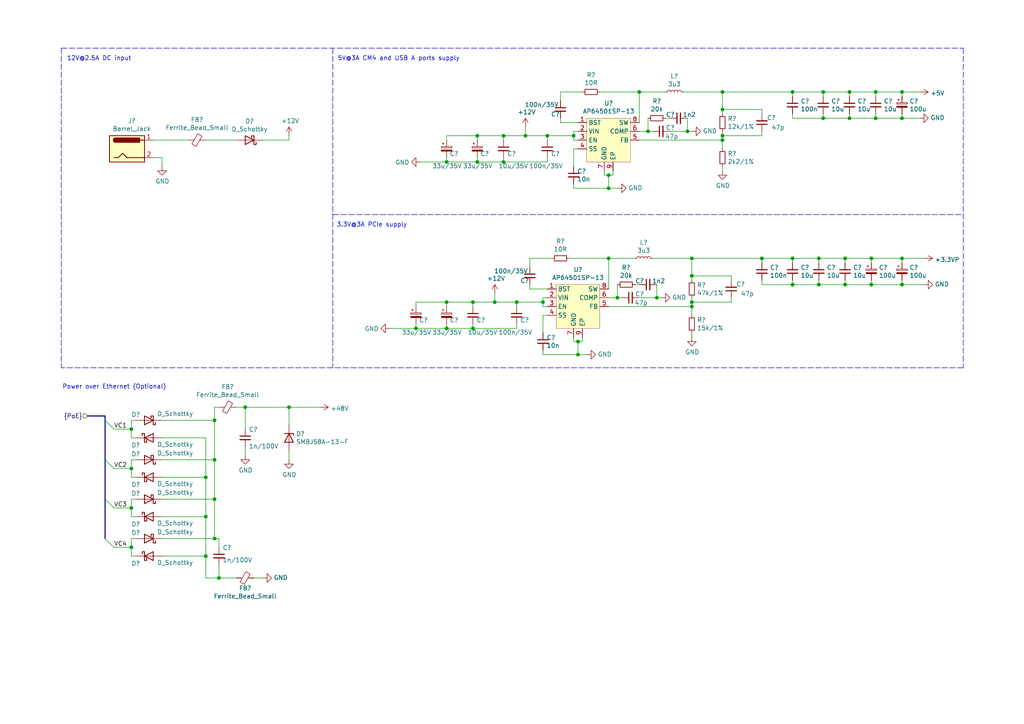
<source format=kicad_sch>
(kicad_sch (version 20201015) (generator eeschema)
  (paper "A4")
  (lib_symbols
    (symbol "Connector:Barrel_Jack" (pin_names (offset 1.016))
      (property "Reference" "J" (at 0 5.334 0))
      (property "Value" "Barrel_Jack" (at 0 -5.08 0))
      (symbol "Barrel_Jack_0_1"
        (arc (start -3.302 3.175) (end -3.302 1.905) (radius (at -3.302 2.54) (length 0.635) (angles 90.1 -90.1)) (stroke (width 0.254)) (fill (type outline)))
        (arc (start -3.302 3.175) (end -3.302 1.905) (radius (at -3.302 2.54) (length 0.635) (angles 90.1 -90.1)) (stroke (width 0.254)))
        (rectangle (start -5.08 3.81) (end 5.08 -3.81) (stroke (width 0.254)) (fill (type background)))
        (rectangle (start 3.683 3.175) (end -3.302 1.905) (stroke (width 0.254)) (fill (type outline)))
        (polyline (pts (xy 5.08 2.54) (xy 3.81 2.54)) (stroke (width 0.254)))
        (polyline (pts (xy -3.81 -2.54) (xy -2.54 -2.54) (xy -1.27 -1.27) (xy 0 -2.54) (xy 2.54 -2.54) (xy 5.08 -2.54)) (stroke (width 0.254)))
      )
      (symbol "Barrel_Jack_1_1"
        (pin passive line (at 7.62 2.54 180) (length 2.54) (name "~") (number "1"))
        (pin passive line (at 7.62 -2.54 180) (length 2.54) (name "~") (number "2"))
      )
    )
    (symbol "Device:CP_Small" (pin_numbers hide) (pin_names (offset 0.254) hide)
      (property "Reference" "C" (at 0.254 1.778 0))
      (property "Value" "CP_Small" (at 0.254 -2.032 0))
      (symbol "CP_Small_0_1"
        (rectangle (start -1.524 -0.3048) (end 1.524 -0.6858) (fill (type outline)))
        (rectangle (start -1.524 0.6858) (end 1.524 0.3048))
        (polyline (pts (xy -1.27 1.524) (xy -0.762 1.524)))
        (polyline (pts (xy -1.016 1.27) (xy -1.016 1.778)))
      )
      (symbol "CP_Small_1_1"
        (pin passive line (at 0 2.54 270) (length 1.8542) (name "~") (number "1"))
        (pin passive line (at 0 -2.54 90) (length 1.8542) (name "~") (number "2"))
      )
    )
    (symbol "Device:C_Small" (pin_numbers hide) (pin_names (offset 0.254) hide)
      (property "Reference" "C" (at 0.254 1.778 0))
      (property "Value" "C_Small" (at 0.254 -2.032 0))
      (symbol "C_Small_0_1"
        (polyline (pts (xy -1.524 -0.508) (xy 1.524 -0.508)) (stroke (width 0.3302)))
        (polyline (pts (xy -1.524 0.508) (xy 1.524 0.508)) (stroke (width 0.3048)))
      )
      (symbol "C_Small_1_1"
        (pin passive line (at 0 2.54 270) (length 2.032) (name "~") (number "1"))
        (pin passive line (at 0 -2.54 90) (length 2.032) (name "~") (number "2"))
      )
    )
    (symbol "Device:D_Schottky" (pin_numbers hide) (pin_names (offset 1.016) hide)
      (property "Reference" "D" (at 0 2.54 0))
      (property "Value" "D_Schottky" (at 0 -2.54 0))
      (symbol "D_Schottky_0_1"
        (polyline (pts (xy 1.27 0) (xy -1.27 0)))
        (polyline (pts (xy 1.27 1.27) (xy 1.27 -1.27) (xy -1.27 0) (xy 1.27 1.27)) (stroke (width 0.254)))
        (polyline (pts (xy -1.905 0.635) (xy -1.905 1.27) (xy -1.27 1.27) (xy -1.27 -1.27) (xy -0.635 -1.27) (xy -0.635 -0.635)) (stroke (width 0.254)))
      )
      (symbol "D_Schottky_1_1"
        (pin passive line (at -3.81 0 0) (length 2.54) (name "K") (number "1"))
        (pin passive line (at 3.81 0 180) (length 2.54) (name "A") (number "2"))
      )
    )
    (symbol "Device:D_Zener" (pin_numbers hide) (pin_names (offset 1.016) hide)
      (property "Reference" "D" (at 0 2.54 0))
      (property "Value" "D_Zener" (at 0 -2.54 0))
      (symbol "D_Zener_0_1"
        (polyline (pts (xy 1.27 0) (xy -1.27 0)))
        (polyline (pts (xy -1.27 -1.27) (xy -1.27 1.27) (xy -0.762 1.27)) (stroke (width 0.254)))
        (polyline (pts (xy 1.27 -1.27) (xy 1.27 1.27) (xy -1.27 0) (xy 1.27 -1.27)) (stroke (width 0.254)))
      )
      (symbol "D_Zener_1_1"
        (pin passive line (at -3.81 0 0) (length 2.54) (name "K") (number "1"))
        (pin passive line (at 3.81 0 180) (length 2.54) (name "A") (number "2"))
      )
    )
    (symbol "Device:Ferrite_Bead_Small" (pin_numbers hide) (pin_names (offset 0))
      (property "Reference" "FB" (at 1.905 1.27 0))
      (property "Value" "Ferrite_Bead_Small" (at 1.905 -1.27 0))
      (symbol "Ferrite_Bead_Small_0_1"
        (polyline (pts (xy 0 -1.27) (xy 0 -0.7874)))
        (polyline (pts (xy 0 0.889) (xy 0 1.2954)))
        (polyline (pts (xy -1.8288 0.2794) (xy -1.1176 1.4986) (xy 1.8288 -0.2032) (xy 1.1176 -1.4224) (xy -1.8288 0.2794)))
      )
      (symbol "Ferrite_Bead_Small_1_1"
        (pin passive line (at 0 2.54 270) (length 1.27) (name "~") (number "1"))
        (pin passive line (at 0 -2.54 90) (length 1.27) (name "~") (number "2"))
      )
    )
    (symbol "Device:L_Small" (pin_numbers hide) (pin_names (offset 0.254) hide)
      (property "Reference" "L" (at 0.762 1.016 0))
      (property "Value" "L_Small" (at 0.762 -1.016 0))
      (symbol "L_Small_0_1"
        (arc (start 0 -2.032) (end 0 -1.016) (radius (at 0 -1.524) (length 0.508) (angles -89.9 89.9)))
        (arc (start 0 -1.016) (end 0 0) (radius (at 0 -0.508) (length 0.508) (angles -89.9 89.9)))
        (arc (start 0 0) (end 0 1.016) (radius (at 0 0.508) (length 0.508) (angles -89.9 89.9)))
        (arc (start 0 1.016) (end 0 2.032) (radius (at 0 1.524) (length 0.508) (angles -89.9 89.9)))
      )
      (symbol "L_Small_1_1"
        (pin passive line (at 0 2.54 270) (length 0.508) (name "~") (number "1"))
        (pin passive line (at 0 -2.54 90) (length 0.508) (name "~") (number "2"))
      )
    )
    (symbol "Device:R_Small" (pin_numbers hide) (pin_names (offset 0.254) hide)
      (property "Reference" "R" (at 0.762 0.508 0))
      (property "Value" "R_Small" (at 0.762 -1.016 0))
      (symbol "R_Small_0_1"
        (rectangle (start -0.762 1.778) (end 0.762 -1.778) (stroke (width 0.2032)))
      )
      (symbol "R_Small_1_1"
        (pin passive line (at 0 2.54 270) (length 0.762) (name "~") (number "1"))
        (pin passive line (at 0 -2.54 90) (length 0.762) (name "~") (number "2"))
      )
    )
    (symbol "LightBlue:AP64501SP-13"
      (property "Reference" "U" (at 0 10.16 0))
      (property "Value" "AP64501SP-13" (at 0 7.62 0))
      (symbol "AP64501SP-13_0_1"
        (rectangle (start -6.35 6.35) (end 6.35 -6.35) (stroke (width 0.001)) (fill (type background)))
      )
      (symbol "AP64501SP-13_1_1"
        (pin passive line (at -8.89 5.08 0) (length 2.54) (name "BST") (number "1"))
        (pin power_in line (at -8.89 2.54 0) (length 2.54) (name "VIN") (number "2"))
        (pin input line (at -8.89 0 0) (length 2.54) (name "EN") (number "3"))
        (pin input line (at -8.89 -2.54 0) (length 2.54) (name "SS") (number "4"))
        (pin input line (at 8.89 0 180) (length 2.54) (name "FB") (number "5"))
        (pin input line (at 8.89 2.54 180) (length 2.54) (name "COMP") (number "6"))
        (pin input line (at -1.27 -8.89 90) (length 2.54) (name "GND") (number "7"))
        (pin input line (at 8.89 5.08 180) (length 2.54) (name "SW") (number "8"))
        (pin input line (at 1.27 -8.89 90) (length 2.54) (name "EP") (number "9"))
      )
    )
    (symbol "power:+12V" (power) (pin_names (offset 0))
      (property "Value" "+12V" (at 0 3.556 0))
      (symbol "+12V_0_1"
        (polyline (pts (xy -0.762 1.27) (xy 0 2.54)))
        (polyline (pts (xy 0 0) (xy 0 2.54)))
        (polyline (pts (xy 0 2.54) (xy 0.762 1.27)))
      )
      (symbol "+12V_1_1"
        (pin power_in line (at 0 0 90) (length 0) hide (name "+12V") (number "1"))
      )
    )
    (symbol "power:+3.3VP" (power) (pin_names (offset 0))
      (property "Value" "+3.3VP" (at 0 2.54 0))
      (symbol "+3.3VP_0_0"
        (pin power_in line (at 0 0 90) (length 0) hide (name "+3.3VP") (number "1"))
      )
      (symbol "+3.3VP_0_1"
        (polyline (pts (xy -0.762 1.27) (xy 0 2.54)))
        (polyline (pts (xy 0 0) (xy 0 2.54)))
        (polyline (pts (xy 0 2.54) (xy 0.762 1.27)))
      )
    )
    (symbol "power:+48V" (power) (pin_names (offset 0))
      (property "Value" "+48V" (at 0 3.556 0))
      (symbol "+48V_0_1"
        (polyline (pts (xy -0.762 1.27) (xy 0 2.54)))
        (polyline (pts (xy 0 0) (xy 0 2.54)))
        (polyline (pts (xy 0 2.54) (xy 0.762 1.27)))
      )
      (symbol "+48V_1_1"
        (pin power_in line (at 0 0 90) (length 0) hide (name "+48V") (number "1"))
      )
    )
    (symbol "power:+5V" (power) (pin_names (offset 0))
      (property "Value" "+5V" (at 0 3.556 0))
      (symbol "+5V_0_1"
        (polyline (pts (xy -0.762 1.27) (xy 0 2.54)))
        (polyline (pts (xy 0 0) (xy 0 2.54)))
        (polyline (pts (xy 0 2.54) (xy 0.762 1.27)))
      )
      (symbol "+5V_1_1"
        (pin power_in line (at 0 0 90) (length 0) hide (name "+5V") (number "1"))
      )
    )
    (symbol "power:GND" (power) (pin_names (offset 0))
      (property "Value" "GND" (at 0 -3.81 0))
      (symbol "GND_0_1"
        (polyline (pts (xy 0 0) (xy 0 -1.27) (xy 1.27 -1.27) (xy 0 -2.54) (xy -1.27 -1.27) (xy 0 -1.27)))
      )
      (symbol "GND_1_1"
        (pin power_in line (at 0 0 270) (length 0) hide (name "GND") (number "1"))
      )
    )
  )
  (junction (at 38.1 124.46) (diameter 0.9144))
  (junction (at 38.1 135.89) (diameter 0.9144))
  (junction (at 38.1 147.32) (diameter 0.9144))
  (junction (at 38.1 158.75) (diameter 0.9144))
  (junction (at 59.69 138.43) (diameter 0.9144))
  (junction (at 59.69 149.86) (diameter 0.9144))
  (junction (at 59.69 161.29) (diameter 0.9144))
  (junction (at 62.23 121.92) (diameter 0.9144))
  (junction (at 62.23 133.35) (diameter 0.9144))
  (junction (at 62.23 144.78) (diameter 0.9144))
  (junction (at 62.23 156.21) (diameter 0.9144))
  (junction (at 63.5 167.64) (diameter 0.9144))
  (junction (at 71.12 118.11) (diameter 0.9144))
  (junction (at 83.82 118.11) (diameter 0.9144))
  (junction (at 120.65 95.25) (diameter 0.9144))
  (junction (at 129.54 46.99) (diameter 0.9144))
  (junction (at 129.54 87.63) (diameter 0.9144))
  (junction (at 129.54 95.25) (diameter 0.9144))
  (junction (at 137.16 87.63) (diameter 0.9144))
  (junction (at 137.16 95.25) (diameter 0.9144))
  (junction (at 138.43 39.37) (diameter 0.9144))
  (junction (at 138.43 46.99) (diameter 0.9144))
  (junction (at 143.51 87.63) (diameter 0.9144))
  (junction (at 146.05 39.37) (diameter 0.9144))
  (junction (at 146.05 46.99) (diameter 0.9144))
  (junction (at 149.86 87.63) (diameter 0.9144))
  (junction (at 152.4 39.37) (diameter 0.9144))
  (junction (at 157.48 87.63) (diameter 0.9144))
  (junction (at 158.75 39.37) (diameter 0.9144))
  (junction (at 166.37 39.37) (diameter 0.9144))
  (junction (at 167.64 99.06) (diameter 0.9144))
  (junction (at 167.64 102.87) (diameter 0.9144))
  (junction (at 176.53 50.8) (diameter 0.9144))
  (junction (at 176.53 54.61) (diameter 0.9144))
  (junction (at 176.53 74.93) (diameter 0.9144))
  (junction (at 179.07 86.36) (diameter 0.9144))
  (junction (at 185.42 26.67) (diameter 0.9144))
  (junction (at 187.96 38.1) (diameter 0.9144))
  (junction (at 190.5 86.36) (diameter 0.9144))
  (junction (at 199.39 38.1) (diameter 0.9144))
  (junction (at 200.66 74.93) (diameter 0.9144))
  (junction (at 200.66 80.01) (diameter 0.9144))
  (junction (at 200.66 87.63) (diameter 0.9144))
  (junction (at 200.66 88.9) (diameter 0.9144))
  (junction (at 209.55 26.67) (diameter 0.9144))
  (junction (at 209.55 31.75) (diameter 0.9144))
  (junction (at 209.55 39.37) (diameter 0.9144))
  (junction (at 209.55 40.64) (diameter 0.9144))
  (junction (at 220.98 74.93) (diameter 0.9144))
  (junction (at 229.87 26.67) (diameter 0.9144))
  (junction (at 229.87 74.93) (diameter 0.9144))
  (junction (at 229.87 82.55) (diameter 0.9144))
  (junction (at 237.49 74.93) (diameter 0.9144))
  (junction (at 237.49 82.55) (diameter 0.9144))
  (junction (at 238.76 26.67) (diameter 0.9144))
  (junction (at 238.76 34.29) (diameter 0.9144))
  (junction (at 245.11 74.93) (diameter 0.9144))
  (junction (at 245.11 82.55) (diameter 0.9144))
  (junction (at 246.38 26.67) (diameter 0.9144))
  (junction (at 246.38 34.29) (diameter 0.9144))
  (junction (at 252.73 74.93) (diameter 0.9144))
  (junction (at 252.73 82.55) (diameter 0.9144))
  (junction (at 254 26.67) (diameter 0.9144))
  (junction (at 254 34.29) (diameter 0.9144))
  (junction (at 261.62 26.67) (diameter 0.9144))
  (junction (at 261.62 34.29) (diameter 0.9144))
  (junction (at 261.62 74.93) (diameter 0.9144))
  (junction (at 261.62 82.55) (diameter 0.9144))
  (bus_entry (at 30.48 121.92) (size 2.54 2.54) (stroke (width 0.1524)))
  (bus_entry (at 30.48 133.35) (size 2.54 2.54) (stroke (width 0.1524)))
  (bus_entry (at 30.48 144.78) (size 2.54 2.54) (stroke (width 0.1524)))
  (bus_entry (at 30.48 156.21) (size 2.54 2.54) (stroke (width 0.1524)))
  (wire (pts (xy 33.02 124.46) (xy 38.1 124.46)))
  (wire (pts (xy 33.02 135.89) (xy 38.1 135.89)))
  (wire (pts (xy 33.02 147.32) (xy 38.1 147.32)))
  (wire (pts (xy 33.02 158.75) (xy 38.1 158.75)))
  (wire (pts (xy 38.1 121.92) (xy 38.1 124.46)))
  (wire (pts (xy 38.1 127) (xy 38.1 124.46)))
  (wire (pts (xy 38.1 133.35) (xy 38.1 135.89)))
  (wire (pts (xy 38.1 138.43) (xy 38.1 135.89)))
  (wire (pts (xy 38.1 144.78) (xy 38.1 147.32)))
  (wire (pts (xy 38.1 149.86) (xy 38.1 147.32)))
  (wire (pts (xy 38.1 156.21) (xy 38.1 158.75)))
  (wire (pts (xy 38.1 161.29) (xy 38.1 158.75)))
  (wire (pts (xy 39.37 121.92) (xy 38.1 121.92)))
  (wire (pts (xy 39.37 127) (xy 38.1 127)))
  (wire (pts (xy 39.37 133.35) (xy 38.1 133.35)))
  (wire (pts (xy 39.37 138.43) (xy 38.1 138.43)))
  (wire (pts (xy 39.37 144.78) (xy 38.1 144.78)))
  (wire (pts (xy 39.37 149.86) (xy 38.1 149.86)))
  (wire (pts (xy 39.37 156.21) (xy 38.1 156.21)))
  (wire (pts (xy 39.37 161.29) (xy 38.1 161.29)))
  (wire (pts (xy 44.45 40.64) (xy 54.61 40.64)))
  (wire (pts (xy 44.45 45.72) (xy 46.99 45.72)))
  (wire (pts (xy 46.99 45.72) (xy 46.99 48.26)))
  (wire (pts (xy 46.99 121.92) (xy 62.23 121.92)))
  (wire (pts (xy 46.99 127) (xy 59.69 127)))
  (wire (pts (xy 46.99 133.35) (xy 62.23 133.35)))
  (wire (pts (xy 46.99 138.43) (xy 59.69 138.43)))
  (wire (pts (xy 46.99 144.78) (xy 62.23 144.78)))
  (wire (pts (xy 46.99 149.86) (xy 59.69 149.86)))
  (wire (pts (xy 46.99 156.21) (xy 62.23 156.21)))
  (wire (pts (xy 46.99 161.29) (xy 59.69 161.29)))
  (wire (pts (xy 59.69 40.64) (xy 68.58 40.64)))
  (wire (pts (xy 59.69 127) (xy 59.69 138.43)))
  (wire (pts (xy 59.69 138.43) (xy 59.69 149.86)))
  (wire (pts (xy 59.69 149.86) (xy 59.69 161.29)))
  (wire (pts (xy 59.69 161.29) (xy 59.69 167.64)))
  (wire (pts (xy 59.69 167.64) (xy 63.5 167.64)))
  (wire (pts (xy 62.23 118.11) (xy 62.23 121.92)))
  (wire (pts (xy 62.23 118.11) (xy 63.5 118.11)))
  (wire (pts (xy 62.23 121.92) (xy 62.23 133.35)))
  (wire (pts (xy 62.23 133.35) (xy 62.23 144.78)))
  (wire (pts (xy 62.23 144.78) (xy 62.23 156.21)))
  (wire (pts (xy 62.23 156.21) (xy 63.5 156.21)))
  (wire (pts (xy 63.5 156.21) (xy 63.5 158.75)))
  (wire (pts (xy 63.5 163.83) (xy 63.5 167.64)))
  (wire (pts (xy 63.5 167.64) (xy 68.58 167.64)))
  (wire (pts (xy 68.58 118.11) (xy 71.12 118.11)))
  (wire (pts (xy 71.12 118.11) (xy 71.12 124.46)))
  (wire (pts (xy 71.12 118.11) (xy 83.82 118.11)))
  (wire (pts (xy 71.12 129.54) (xy 71.12 132.08)))
  (wire (pts (xy 73.66 167.64) (xy 76.2 167.64)))
  (wire (pts (xy 76.2 40.64) (xy 83.82 40.64)))
  (wire (pts (xy 83.82 39.37) (xy 83.82 40.64)))
  (wire (pts (xy 83.82 118.11) (xy 92.71 118.11)))
  (wire (pts (xy 83.82 123.19) (xy 83.82 118.11)))
  (wire (pts (xy 83.82 130.81) (xy 83.82 133.35)))
  (wire (pts (xy 113.03 95.25) (xy 120.65 95.25)))
  (wire (pts (xy 120.65 87.63) (xy 120.65 88.9)))
  (wire (pts (xy 120.65 93.98) (xy 120.65 95.25)))
  (wire (pts (xy 120.65 95.25) (xy 129.54 95.25)))
  (wire (pts (xy 121.92 46.99) (xy 129.54 46.99)))
  (wire (pts (xy 129.54 39.37) (xy 129.54 40.64)))
  (wire (pts (xy 129.54 45.72) (xy 129.54 46.99)))
  (wire (pts (xy 129.54 46.99) (xy 138.43 46.99)))
  (wire (pts (xy 129.54 87.63) (xy 120.65 87.63)))
  (wire (pts (xy 129.54 87.63) (xy 129.54 88.9)))
  (wire (pts (xy 129.54 93.98) (xy 129.54 95.25)))
  (wire (pts (xy 129.54 95.25) (xy 137.16 95.25)))
  (wire (pts (xy 137.16 87.63) (xy 129.54 87.63)))
  (wire (pts (xy 137.16 87.63) (xy 137.16 88.9)))
  (wire (pts (xy 137.16 93.98) (xy 137.16 95.25)))
  (wire (pts (xy 137.16 95.25) (xy 149.86 95.25)))
  (wire (pts (xy 138.43 39.37) (xy 129.54 39.37)))
  (wire (pts (xy 138.43 39.37) (xy 138.43 40.64)))
  (wire (pts (xy 138.43 45.72) (xy 138.43 46.99)))
  (wire (pts (xy 138.43 46.99) (xy 146.05 46.99)))
  (wire (pts (xy 143.51 85.09) (xy 143.51 87.63)))
  (wire (pts (xy 143.51 87.63) (xy 137.16 87.63)))
  (wire (pts (xy 146.05 39.37) (xy 138.43 39.37)))
  (wire (pts (xy 146.05 39.37) (xy 146.05 40.64)))
  (wire (pts (xy 146.05 45.72) (xy 146.05 46.99)))
  (wire (pts (xy 146.05 46.99) (xy 158.75 46.99)))
  (wire (pts (xy 149.86 87.63) (xy 143.51 87.63)))
  (wire (pts (xy 149.86 87.63) (xy 149.86 88.9)))
  (wire (pts (xy 149.86 93.98) (xy 149.86 95.25)))
  (wire (pts (xy 152.4 36.83) (xy 152.4 39.37)))
  (wire (pts (xy 152.4 39.37) (xy 146.05 39.37)))
  (wire (pts (xy 153.67 74.93) (xy 160.02 74.93)))
  (wire (pts (xy 153.67 77.47) (xy 153.67 74.93)))
  (wire (pts (xy 153.67 83.82) (xy 153.67 82.55)))
  (wire (pts (xy 157.48 86.36) (xy 158.75 86.36)))
  (wire (pts (xy 157.48 87.63) (xy 149.86 87.63)))
  (wire (pts (xy 157.48 87.63) (xy 157.48 86.36)))
  (wire (pts (xy 157.48 88.9) (xy 157.48 87.63)))
  (wire (pts (xy 157.48 91.44) (xy 157.48 96.52)))
  (wire (pts (xy 157.48 101.6) (xy 157.48 102.87)))
  (wire (pts (xy 157.48 102.87) (xy 167.64 102.87)))
  (wire (pts (xy 158.75 39.37) (xy 152.4 39.37)))
  (wire (pts (xy 158.75 39.37) (xy 158.75 40.64)))
  (wire (pts (xy 158.75 45.72) (xy 158.75 46.99)))
  (wire (pts (xy 158.75 83.82) (xy 153.67 83.82)))
  (wire (pts (xy 158.75 88.9) (xy 157.48 88.9)))
  (wire (pts (xy 158.75 91.44) (xy 157.48 91.44)))
  (wire (pts (xy 162.56 26.67) (xy 168.91 26.67)))
  (wire (pts (xy 162.56 29.21) (xy 162.56 26.67)))
  (wire (pts (xy 162.56 35.56) (xy 162.56 34.29)))
  (wire (pts (xy 165.1 74.93) (xy 176.53 74.93)))
  (wire (pts (xy 166.37 38.1) (xy 167.64 38.1)))
  (wire (pts (xy 166.37 39.37) (xy 158.75 39.37)))
  (wire (pts (xy 166.37 39.37) (xy 166.37 38.1)))
  (wire (pts (xy 166.37 40.64) (xy 166.37 39.37)))
  (wire (pts (xy 166.37 43.18) (xy 166.37 48.26)))
  (wire (pts (xy 166.37 53.34) (xy 166.37 54.61)))
  (wire (pts (xy 166.37 54.61) (xy 176.53 54.61)))
  (wire (pts (xy 166.37 97.79) (xy 166.37 99.06)))
  (wire (pts (xy 166.37 99.06) (xy 167.64 99.06)))
  (wire (pts (xy 167.64 35.56) (xy 162.56 35.56)))
  (wire (pts (xy 167.64 40.64) (xy 166.37 40.64)))
  (wire (pts (xy 167.64 43.18) (xy 166.37 43.18)))
  (wire (pts (xy 167.64 99.06) (xy 168.91 99.06)))
  (wire (pts (xy 167.64 102.87) (xy 167.64 99.06)))
  (wire (pts (xy 167.64 102.87) (xy 170.18 102.87)))
  (wire (pts (xy 168.91 99.06) (xy 168.91 97.79)))
  (wire (pts (xy 173.99 26.67) (xy 185.42 26.67)))
  (wire (pts (xy 175.26 49.53) (xy 175.26 50.8)))
  (wire (pts (xy 175.26 50.8) (xy 176.53 50.8)))
  (wire (pts (xy 176.53 50.8) (xy 177.8 50.8)))
  (wire (pts (xy 176.53 54.61) (xy 176.53 50.8)))
  (wire (pts (xy 176.53 54.61) (xy 179.07 54.61)))
  (wire (pts (xy 176.53 74.93) (xy 184.15 74.93)))
  (wire (pts (xy 176.53 83.82) (xy 176.53 74.93)))
  (wire (pts (xy 176.53 86.36) (xy 179.07 86.36)))
  (wire (pts (xy 176.53 88.9) (xy 200.66 88.9)))
  (wire (pts (xy 177.8 50.8) (xy 177.8 49.53)))
  (wire (pts (xy 179.07 82.55) (xy 179.07 86.36)))
  (wire (pts (xy 179.07 86.36) (xy 180.34 86.36)))
  (wire (pts (xy 184.15 82.55) (xy 185.42 82.55)))
  (wire (pts (xy 185.42 26.67) (xy 193.04 26.67)))
  (wire (pts (xy 185.42 35.56) (xy 185.42 26.67)))
  (wire (pts (xy 185.42 38.1) (xy 187.96 38.1)))
  (wire (pts (xy 185.42 40.64) (xy 209.55 40.64)))
  (wire (pts (xy 187.96 34.29) (xy 187.96 38.1)))
  (wire (pts (xy 187.96 38.1) (xy 189.23 38.1)))
  (wire (pts (xy 189.23 74.93) (xy 200.66 74.93)))
  (wire (pts (xy 190.5 82.55) (xy 190.5 86.36)))
  (wire (pts (xy 190.5 86.36) (xy 185.42 86.36)))
  (wire (pts (xy 190.5 86.36) (xy 191.77 86.36)))
  (wire (pts (xy 193.04 34.29) (xy 194.31 34.29)))
  (wire (pts (xy 198.12 26.67) (xy 209.55 26.67)))
  (wire (pts (xy 199.39 34.29) (xy 199.39 38.1)))
  (wire (pts (xy 199.39 38.1) (xy 194.31 38.1)))
  (wire (pts (xy 199.39 38.1) (xy 200.66 38.1)))
  (wire (pts (xy 200.66 74.93) (xy 200.66 80.01)))
  (wire (pts (xy 200.66 74.93) (xy 220.98 74.93)))
  (wire (pts (xy 200.66 80.01) (xy 200.66 81.28)))
  (wire (pts (xy 200.66 80.01) (xy 212.09 80.01)))
  (wire (pts (xy 200.66 87.63) (xy 200.66 86.36)))
  (wire (pts (xy 200.66 87.63) (xy 212.09 87.63)))
  (wire (pts (xy 200.66 88.9) (xy 200.66 87.63)))
  (wire (pts (xy 200.66 88.9) (xy 200.66 91.44)))
  (wire (pts (xy 200.66 96.52) (xy 200.66 97.79)))
  (wire (pts (xy 209.55 26.67) (xy 209.55 31.75)))
  (wire (pts (xy 209.55 26.67) (xy 229.87 26.67)))
  (wire (pts (xy 209.55 31.75) (xy 209.55 33.02)))
  (wire (pts (xy 209.55 31.75) (xy 220.98 31.75)))
  (wire (pts (xy 209.55 39.37) (xy 209.55 38.1)))
  (wire (pts (xy 209.55 39.37) (xy 220.98 39.37)))
  (wire (pts (xy 209.55 40.64) (xy 209.55 39.37)))
  (wire (pts (xy 209.55 40.64) (xy 209.55 43.18)))
  (wire (pts (xy 209.55 48.26) (xy 209.55 49.53)))
  (wire (pts (xy 212.09 81.28) (xy 212.09 80.01)))
  (wire (pts (xy 212.09 86.36) (xy 212.09 87.63)))
  (wire (pts (xy 220.98 33.02) (xy 220.98 31.75)))
  (wire (pts (xy 220.98 38.1) (xy 220.98 39.37)))
  (wire (pts (xy 220.98 74.93) (xy 220.98 76.2)))
  (wire (pts (xy 220.98 74.93) (xy 229.87 74.93)))
  (wire (pts (xy 220.98 81.28) (xy 220.98 82.55)))
  (wire (pts (xy 220.98 82.55) (xy 229.87 82.55)))
  (wire (pts (xy 229.87 26.67) (xy 229.87 27.94)))
  (wire (pts (xy 229.87 26.67) (xy 238.76 26.67)))
  (wire (pts (xy 229.87 33.02) (xy 229.87 34.29)))
  (wire (pts (xy 229.87 34.29) (xy 238.76 34.29)))
  (wire (pts (xy 229.87 74.93) (xy 229.87 76.2)))
  (wire (pts (xy 229.87 74.93) (xy 237.49 74.93)))
  (wire (pts (xy 229.87 81.28) (xy 229.87 82.55)))
  (wire (pts (xy 229.87 82.55) (xy 237.49 82.55)))
  (wire (pts (xy 237.49 74.93) (xy 237.49 76.2)))
  (wire (pts (xy 237.49 74.93) (xy 245.11 74.93)))
  (wire (pts (xy 237.49 81.28) (xy 237.49 82.55)))
  (wire (pts (xy 237.49 82.55) (xy 245.11 82.55)))
  (wire (pts (xy 238.76 26.67) (xy 238.76 27.94)))
  (wire (pts (xy 238.76 26.67) (xy 246.38 26.67)))
  (wire (pts (xy 238.76 33.02) (xy 238.76 34.29)))
  (wire (pts (xy 238.76 34.29) (xy 246.38 34.29)))
  (wire (pts (xy 245.11 74.93) (xy 245.11 76.2)))
  (wire (pts (xy 245.11 74.93) (xy 252.73 74.93)))
  (wire (pts (xy 245.11 81.28) (xy 245.11 82.55)))
  (wire (pts (xy 245.11 82.55) (xy 252.73 82.55)))
  (wire (pts (xy 246.38 26.67) (xy 246.38 27.94)))
  (wire (pts (xy 246.38 26.67) (xy 254 26.67)))
  (wire (pts (xy 246.38 33.02) (xy 246.38 34.29)))
  (wire (pts (xy 246.38 34.29) (xy 254 34.29)))
  (wire (pts (xy 252.73 74.93) (xy 261.62 74.93)))
  (wire (pts (xy 252.73 76.2) (xy 252.73 74.93)))
  (wire (pts (xy 252.73 81.28) (xy 252.73 82.55)))
  (wire (pts (xy 252.73 82.55) (xy 261.62 82.55)))
  (wire (pts (xy 254 26.67) (xy 254 27.94)))
  (wire (pts (xy 254 26.67) (xy 261.62 26.67)))
  (wire (pts (xy 254 33.02) (xy 254 34.29)))
  (wire (pts (xy 254 34.29) (xy 261.62 34.29)))
  (wire (pts (xy 261.62 26.67) (xy 266.7 26.67)))
  (wire (pts (xy 261.62 27.94) (xy 261.62 26.67)))
  (wire (pts (xy 261.62 33.02) (xy 261.62 34.29)))
  (wire (pts (xy 261.62 34.29) (xy 266.7 34.29)))
  (wire (pts (xy 261.62 74.93) (xy 267.97 74.93)))
  (wire (pts (xy 261.62 76.2) (xy 261.62 74.93)))
  (wire (pts (xy 261.62 81.28) (xy 261.62 82.55)))
  (wire (pts (xy 261.62 82.55) (xy 267.97 82.55)))
  (bus (pts (xy 25.4 120.65) (xy 30.48 120.65)))
  (bus (pts (xy 30.48 120.65) (xy 30.48 121.92)))
  (bus (pts (xy 30.48 121.92) (xy 30.48 133.35)))
  (bus (pts (xy 30.48 133.35) (xy 30.48 144.78)))
  (bus (pts (xy 30.48 144.78) (xy 30.48 156.21)))
  (polyline (pts (xy 17.78 13.97) (xy 17.78 106.68)) (stroke (width 0) (type dash)))
  (polyline (pts (xy 17.78 13.97) (xy 279.4 13.97)) (stroke (width 0) (type dash)))
  (polyline (pts (xy 96.52 13.97) (xy 96.52 106.68)) (stroke (width 0) (type dash)))
  (polyline (pts (xy 96.52 62.23) (xy 279.4 62.23)) (stroke (width 0) (type dash)))
  (polyline (pts (xy 279.4 13.97) (xy 279.4 106.68)) (stroke (width 0) (type dash)))
  (polyline (pts (xy 279.4 106.68) (xy 17.78 106.68)) (stroke (width 0) (type dash)))
  (text "12V@2.5A DC input" (at 38.1 17.78 180) (effects (font (size 1.27 1.27)) (justify right bottom)))
  (text "Power over Ethernet (Optional)" (at 48.26 113.03 180) (effects (font (size 1.27 1.27)) (justify right bottom)))
  (text "3.3V@3A PCIe supply" (at 118.11 66.04 180) (effects (font (size 1.27 1.27)) (justify right bottom)))
  (text "5V@3A CM4 and USB A ports supply" (at 133.35 17.78 180) (effects (font (size 1.27 1.27)) (justify right bottom)))
  (label "VC1" (at 36.83 124.46 180))
  (label "VC2" (at 36.83 135.89 180))
  (label "VC3" (at 36.83 147.32 180))
  (label "VC4" (at 36.83 158.75 180))
  (hierarchical_label "{PoE}" (shape input) (at 25.4 120.65 180))
  (symbol (lib_id "Device:L_Small") (at 186.69 74.93 90) (unit 1)
    (property "Reference" "L?" (at 186.69 70.3388 90))
    (property "Value" "3u3" (at 186.69 72.638 90))
  )
  (symbol (lib_id "Device:L_Small") (at 195.58 26.67 90) (unit 1)
    (property "Reference" "L?" (at 195.58 22.0788 90))
    (property "Value" "3u3" (at 195.58 24.378 90))
  )
  (symbol (lib_id "power:+12V") (at 83.82 39.37 0) (unit 1)
    (property "Reference" "#PWR?" (effects hide))
    (property "Value" "+12V" (at 84.1883 35.0456 0))
  )
  (symbol (lib_id "power:+48V") (at 92.71 118.11 270) (unit 1)
    (property "Reference" "#PWR?" (effects hide))
    (property "Value" "+48V" (at 95.8851 118.4783 90) (effects (justify left)))
  )
  (symbol (lib_id "power:+12V") (at 143.51 85.09 0) (unit 1)
    (property "Reference" "#PWR?" (effects hide))
    (property "Value" "+12V" (at 143.8783 80.7656 0))
  )
  (symbol (lib_id "power:+12V") (at 152.4 36.83 0) (unit 1)
    (property "Reference" "#PWR?" (effects hide))
    (property "Value" "+12V" (at 152.7683 32.5056 0))
  )
  (symbol (lib_id "power:+5V") (at 266.7 26.67 270) (unit 1)
    (property "Reference" "#PWR?" (effects hide))
    (property "Value" "+5V" (at 269.8751 27.0383 90) (effects (justify left)))
  )
  (symbol (lib_id "power:+3.3VP") (at 267.97 74.93 270) (unit 1)
    (property "Reference" "#PWR?" (effects hide))
    (property "Value" "+3.3VP" (at 271.1451 75.2983 90) (effects (justify left)))
  )
  (symbol (lib_id "power:GND") (at 46.99 48.26 0) (unit 1)
    (property "Reference" "#PWR?" (effects hide))
    (property "Value" "GND" (at 47.1043 52.5844 0))
  )
  (symbol (lib_id "power:GND") (at 71.12 132.08 0) (unit 1)
    (property "Reference" "#PWR?" (effects hide))
    (property "Value" "GND" (at 71.2343 136.4044 0))
  )
  (symbol (lib_id "power:GND") (at 76.2 167.64 90) (unit 1)
    (property "Reference" "#PWR?" (effects hide))
    (property "Value" "GND" (at 79.3751 167.5257 90) (effects (justify right)))
  )
  (symbol (lib_id "power:GND") (at 83.82 133.35 0) (unit 1)
    (property "Reference" "#PWR?" (effects hide))
    (property "Value" "GND" (at 83.9343 137.6744 0))
  )
  (symbol (lib_id "power:GND") (at 113.03 95.25 270) (unit 1)
    (property "Reference" "#PWR?" (effects hide))
    (property "Value" "GND" (at 109.855 95.3643 90) (effects (justify right)))
  )
  (symbol (lib_id "power:GND") (at 121.92 46.99 270) (unit 1)
    (property "Reference" "#PWR?" (effects hide))
    (property "Value" "GND" (at 118.745 47.1043 90) (effects (justify right)))
  )
  (symbol (lib_id "power:GND") (at 170.18 102.87 90) (unit 1)
    (property "Reference" "#PWR?" (effects hide))
    (property "Value" "GND" (at 173.3551 102.7557 90) (effects (justify right)))
  )
  (symbol (lib_id "power:GND") (at 179.07 54.61 90) (unit 1)
    (property "Reference" "#PWR?" (effects hide))
    (property "Value" "GND" (at 182.2451 54.4957 90) (effects (justify right)))
  )
  (symbol (lib_id "power:GND") (at 191.77 86.36 90) (unit 1)
    (property "Reference" "#PWR?" (effects hide))
    (property "Value" "GND" (at 194.9451 86.2457 90) (effects (justify right)))
  )
  (symbol (lib_id "power:GND") (at 200.66 38.1 90) (unit 1)
    (property "Reference" "#PWR?" (effects hide))
    (property "Value" "GND" (at 203.8351 37.9857 90) (effects (justify right)))
  )
  (symbol (lib_id "power:GND") (at 200.66 97.79 0) (unit 1)
    (property "Reference" "#PWR?" (effects hide))
    (property "Value" "GND" (at 200.7743 102.1144 0))
  )
  (symbol (lib_id "power:GND") (at 209.55 49.53 0) (unit 1)
    (property "Reference" "#PWR?" (effects hide))
    (property "Value" "GND" (at 209.6643 53.8544 0))
  )
  (symbol (lib_id "power:GND") (at 266.7 34.29 90) (unit 1)
    (property "Reference" "#PWR?" (effects hide))
    (property "Value" "GND" (at 269.8751 34.1757 90) (effects (justify right)))
  )
  (symbol (lib_id "power:GND") (at 267.97 82.55 90) (unit 1)
    (property "Reference" "#PWR?" (effects hide))
    (property "Value" "GND" (at 271.1451 82.4357 90) (effects (justify right)))
  )
  (symbol (lib_id "Device:R_Small") (at 162.56 74.93 90) (unit 1)
    (property "Reference" "R?" (at 162.56 69.9832 90))
    (property "Value" "10R" (at 162.56 72.282 90))
  )
  (symbol (lib_id "Device:R_Small") (at 171.45 26.67 90) (unit 1)
    (property "Reference" "R?" (at 171.45 21.7232 90))
    (property "Value" "10R" (at 171.45 24.022 90))
  )
  (symbol (lib_id "Device:R_Small") (at 181.61 82.55 90) (unit 1)
    (property "Reference" "R?" (at 181.61 77.6032 90))
    (property "Value" "20k" (at 181.61 79.902 90))
  )
  (symbol (lib_id "Device:R_Small") (at 190.5 34.29 90) (unit 1)
    (property "Reference" "R?" (at 190.5 29.3432 90))
    (property "Value" "20k" (at 190.5 31.642 90))
  )
  (symbol (lib_id "Device:R_Small") (at 200.66 83.82 180) (unit 1)
    (property "Reference" "R?" (at 202.1587 82.6706 0) (effects (justify right)))
    (property "Value" "47k/1%" (at 202.159 84.969 0) (effects (justify right)))
  )
  (symbol (lib_id "Device:R_Small") (at 200.66 93.98 180) (unit 1)
    (property "Reference" "R?" (at 202.1587 92.8306 0) (effects (justify right)))
    (property "Value" "15k/1%" (at 202.159 95.129 0) (effects (justify right)))
  )
  (symbol (lib_id "Device:R_Small") (at 209.55 35.56 180) (unit 1)
    (property "Reference" "R?" (at 211.0487 34.4106 0) (effects (justify right)))
    (property "Value" "12k/1%" (at 211.049 36.709 0) (effects (justify right)))
  )
  (symbol (lib_id "Device:R_Small") (at 209.55 45.72 180) (unit 1)
    (property "Reference" "R?" (at 211.0487 44.5706 0) (effects (justify right)))
    (property "Value" "2k2/1%" (at 211.049 46.869 0) (effects (justify right)))
  )
  (symbol (lib_id "Device:CP_Small") (at 120.65 91.44 0) (unit 1)
    (property "Reference" "C?" (at 121.5391 92.8306 0) (effects (justify left)))
    (property "Value" "33u/35V" (at 116.459 96.399 0) (effects (justify left)))
  )
  (symbol (lib_id "Device:CP_Small") (at 129.54 43.18 0) (unit 1)
    (property "Reference" "C?" (at 130.4291 44.5706 0) (effects (justify left)))
    (property "Value" "33u/35V" (at 125.349 48.139 0) (effects (justify left)))
  )
  (symbol (lib_id "Device:CP_Small") (at 129.54 91.44 0) (unit 1)
    (property "Reference" "C?" (at 130.4291 92.8306 0) (effects (justify left)))
    (property "Value" "33u/35V" (at 125.349 96.399 0) (effects (justify left)))
  )
  (symbol (lib_id "Device:CP_Small") (at 138.43 43.18 0) (unit 1)
    (property "Reference" "C?" (at 139.3191 44.5706 0) (effects (justify left)))
    (property "Value" "33u/35V" (at 134.239 48.139 0) (effects (justify left)))
  )
  (symbol (lib_id "Device:CP_Small") (at 252.73 78.74 0) (unit 1)
    (property "Reference" "C?" (at 254.8891 77.5906 0) (effects (justify left)))
    (property "Value" "100u" (at 254.889 79.889 0) (effects (justify left)))
  )
  (symbol (lib_id "Device:CP_Small") (at 261.62 30.48 0) (unit 1)
    (property "Reference" "C?" (at 263.7791 29.3306 0) (effects (justify left)))
    (property "Value" "100u" (at 263.779 31.629 0) (effects (justify left)))
  )
  (symbol (lib_id "Device:CP_Small") (at 261.62 78.74 0) (unit 1)
    (property "Reference" "C?" (at 263.7791 77.5906 0) (effects (justify left)))
    (property "Value" "100u" (at 263.779 79.889 0) (effects (justify left)))
  )
  (symbol (lib_id "Device:C_Small") (at 63.5 161.29 0) (unit 1)
    (property "Reference" "C?" (at 64.5542 158.8706 0) (effects (justify left)))
    (property "Value" "1n/100V" (at 64.554 162.439 0) (effects (justify left)))
  )
  (symbol (lib_id "Device:C_Small") (at 71.12 127 0) (unit 1)
    (property "Reference" "C?" (at 72.1742 124.5806 0) (effects (justify left)))
    (property "Value" "1n/100V" (at 72.174 129.419 0) (effects (justify left)))
  )
  (symbol (lib_id "Device:C_Small") (at 137.16 91.44 0) (unit 1)
    (property "Reference" "C?" (at 138.2142 92.8306 0) (effects (justify left)))
    (property "Value" "10u/35V" (at 135.674 96.399 0) (effects (justify left)))
  )
  (symbol (lib_id "Device:C_Small") (at 146.05 43.18 0) (unit 1)
    (property "Reference" "C?" (at 147.1042 44.5706 0) (effects (justify left)))
    (property "Value" "10u/35V" (at 144.564 48.139 0) (effects (justify left)))
  )
  (symbol (lib_id "Device:C_Small") (at 149.86 91.44 0) (unit 1)
    (property "Reference" "C?" (at 150.9142 92.8306 0) (effects (justify left)))
    (property "Value" "100n/35V" (at 144.564 96.399 0) (effects (justify left)))
  )
  (symbol (lib_id "Device:C_Small") (at 153.67 80.01 0) (unit 1)
    (property "Reference" "C?" (at 150.9142 81.4006 0) (effects (justify left)))
    (property "Value" "100n/35V" (at 143.294 78.619 0) (effects (justify left)))
  )
  (symbol (lib_id "Device:C_Small") (at 157.48 99.06 0) (unit 1)
    (property "Reference" "C?" (at 158.5342 97.9106 0) (effects (justify left)))
    (property "Value" "10n" (at 158.534 100.209 0) (effects (justify left)))
  )
  (symbol (lib_id "Device:C_Small") (at 158.75 43.18 0) (unit 1)
    (property "Reference" "C?" (at 159.8042 44.5706 0) (effects (justify left)))
    (property "Value" "100n/35V" (at 153.454 48.139 0) (effects (justify left)))
  )
  (symbol (lib_id "Device:C_Small") (at 162.56 31.75 0) (unit 1)
    (property "Reference" "C?" (at 159.8042 33.1406 0) (effects (justify left)))
    (property "Value" "100n/35V" (at 152.184 30.359 0) (effects (justify left)))
  )
  (symbol (lib_id "Device:C_Small") (at 166.37 50.8 0) (unit 1)
    (property "Reference" "C?" (at 167.4242 49.6506 0) (effects (justify left)))
    (property "Value" "10n" (at 167.424 51.949 0) (effects (justify left)))
  )
  (symbol (lib_id "Device:C_Small") (at 182.88 86.36 90) (unit 1)
    (property "Reference" "C?" (at 186.8106 85.3058 90) (effects (justify left)))
    (property "Value" "47p" (at 187.839 87.846 90) (effects (justify left)))
  )
  (symbol (lib_id "Device:C_Small") (at 187.96 82.55 90) (unit 1)
    (property "Reference" "C?" (at 186.8106 81.4958 90) (effects (justify left)))
    (property "Value" "1n2" (at 192.919 81.496 90) (effects (justify left)))
  )
  (symbol (lib_id "Device:C_Small") (at 191.77 38.1 90) (unit 1)
    (property "Reference" "C?" (at 195.7006 37.0458 90) (effects (justify left)))
    (property "Value" "47p" (at 196.729 39.586 90) (effects (justify left)))
  )
  (symbol (lib_id "Device:C_Small") (at 196.85 34.29 90) (unit 1)
    (property "Reference" "C?" (at 195.7006 33.2358 90) (effects (justify left)))
    (property "Value" "1n2" (at 201.809 33.236 90) (effects (justify left)))
  )
  (symbol (lib_id "Device:C_Small") (at 212.09 83.82 180) (unit 1)
    (property "Reference" "C?" (at 216.1158 82.4294 0) (effects (justify left)))
    (property "Value" "47p" (at 218.656 85.211 0) (effects (justify left)))
  )
  (symbol (lib_id "Device:C_Small") (at 220.98 35.56 180) (unit 1)
    (property "Reference" "C?" (at 225.0058 34.1694 0) (effects (justify left)))
    (property "Value" "47p" (at 227.546 36.951 0) (effects (justify left)))
  )
  (symbol (lib_id "Device:C_Small") (at 220.98 78.74 0) (unit 1)
    (property "Reference" "C?" (at 223.3042 77.5906 0) (effects (justify left)))
    (property "Value" "100n" (at 223.304 79.889 0) (effects (justify left)))
  )
  (symbol (lib_id "Device:C_Small") (at 229.87 30.48 0) (unit 1)
    (property "Reference" "C?" (at 232.1942 29.3306 0) (effects (justify left)))
    (property "Value" "100n" (at 232.194 31.629 0) (effects (justify left)))
  )
  (symbol (lib_id "Device:C_Small") (at 229.87 78.74 0) (unit 1)
    (property "Reference" "C?" (at 232.1942 77.5906 0) (effects (justify left)))
    (property "Value" "10u" (at 232.194 79.889 0) (effects (justify left)))
  )
  (symbol (lib_id "Device:C_Small") (at 237.49 78.74 0) (unit 1)
    (property "Reference" "C?" (at 239.8142 77.5906 0) (effects (justify left)))
    (property "Value" "10u" (at 239.814 79.889 0) (effects (justify left)))
  )
  (symbol (lib_id "Device:C_Small") (at 238.76 30.48 0) (unit 1)
    (property "Reference" "C?" (at 241.0842 29.3306 0) (effects (justify left)))
    (property "Value" "10u" (at 241.084 31.629 0) (effects (justify left)))
  )
  (symbol (lib_id "Device:C_Small") (at 245.11 78.74 0) (unit 1)
    (property "Reference" "C?" (at 247.4342 77.5906 0) (effects (justify left)))
    (property "Value" "10u" (at 247.434 79.889 0) (effects (justify left)))
  )
  (symbol (lib_id "Device:C_Small") (at 246.38 30.48 0) (unit 1)
    (property "Reference" "C?" (at 248.7042 29.3306 0) (effects (justify left)))
    (property "Value" "10u" (at 248.704 31.629 0) (effects (justify left)))
  )
  (symbol (lib_id "Device:C_Small") (at 254 30.48 0) (unit 1)
    (property "Reference" "C?" (at 256.3242 29.3306 0) (effects (justify left)))
    (property "Value" "10u" (at 256.324 31.629 0) (effects (justify left)))
  )
  (symbol (lib_id "Device:Ferrite_Bead_Small") (at 57.15 40.64 90) (unit 1)
    (property "Reference" "FB?" (at 57.15 34.728 90))
    (property "Value" "Ferrite_Bead_Small" (at 57.15 37.0267 90))
  )
  (symbol (lib_id "Device:Ferrite_Bead_Small") (at 66.04 118.11 90) (unit 1)
    (property "Reference" "FB?" (at 66.04 112.198 90))
    (property "Value" "Ferrite_Bead_Small" (at 66.04 114.4967 90))
  )
  (symbol (lib_id "Device:Ferrite_Bead_Small") (at 71.12 167.64 90) (unit 1)
    (property "Reference" "FB?" (at 71.12 170.618 90))
    (property "Value" "Ferrite_Bead_Small" (at 71.12 172.9167 90))
  )
  (symbol (lib_id "Device:D_Schottky") (at 43.18 121.92 180) (unit 1)
    (property "Reference" "D?" (at 39.37 120.2498 0))
    (property "Value" "D_Schottky" (at 50.8 120.0085 0))
  )
  (symbol (lib_id "Device:D_Schottky") (at 43.18 127 0) (unit 1)
    (property "Reference" "D?" (at 39.37 129.1398 0))
    (property "Value" "D_Schottky" (at 50.8 128.8985 0))
  )
  (symbol (lib_id "Device:D_Schottky") (at 43.18 133.35 180) (unit 1)
    (property "Reference" "D?" (at 39.37 131.6798 0))
    (property "Value" "D_Schottky" (at 50.8 131.4385 0))
  )
  (symbol (lib_id "Device:D_Schottky") (at 43.18 138.43 0) (unit 1)
    (property "Reference" "D?" (at 39.37 140.5698 0))
    (property "Value" "D_Schottky" (at 50.8 140.3285 0))
  )
  (symbol (lib_id "Device:D_Schottky") (at 43.18 144.78 180) (unit 1)
    (property "Reference" "D?" (at 39.37 143.1098 0))
    (property "Value" "D_Schottky" (at 50.8 142.8685 0))
  )
  (symbol (lib_id "Device:D_Schottky") (at 43.18 149.86 0) (unit 1)
    (property "Reference" "D?" (at 39.37 151.9998 0))
    (property "Value" "D_Schottky" (at 50.8 151.7585 0))
  )
  (symbol (lib_id "Device:D_Schottky") (at 43.18 156.21 180) (unit 1)
    (property "Reference" "D?" (at 39.37 154.5398 0))
    (property "Value" "D_Schottky" (at 50.8 154.2985 0))
  )
  (symbol (lib_id "Device:D_Schottky") (at 43.18 161.29 0) (unit 1)
    (property "Reference" "D?" (at 39.37 163.4298 0))
    (property "Value" "D_Schottky" (at 50.8 163.1885 0))
  )
  (symbol (lib_id "Device:D_Schottky") (at 72.39 40.64 180) (unit 1)
    (property "Reference" "D?" (at 72.39 35.1598 0))
    (property "Value" "D_Schottky" (at 72.39 37.4585 0))
  )
  (symbol (lib_id "Device:D_Zener") (at 83.82 127 270) (unit 1)
    (property "Reference" "D?" (at 85.8521 125.8506 90) (effects (justify left)))
    (property "Value" "SMBJ58A-13-F" (at 85.852 128.149 90) (effects (justify left)))
  )
  (symbol (lib_id "Connector:Barrel_Jack") (at 36.83 43.18 0) (unit 1)
    (property "Reference" "J?" (at 38.227 35.0582 0))
    (property "Value" "Barrel_Jack" (at 38.227 37.3569 0))
  )
  (symbol (lib_id "LightBlue:AP64501SP-13") (at 167.64 88.9 0) (unit 1)
    (property "Reference" "U?" (at 167.64 78.2382 0))
    (property "Value" "AP64501SP-13" (at 167.64 80.5369 0))
  )
  (symbol (lib_id "LightBlue:AP64501SP-13") (at 176.53 40.64 0) (unit 1)
    (property "Reference" "U?" (at 176.53 29.9782 0))
    (property "Value" "AP64501SP-13" (at 176.53 32.2769 0))
  )
)
</source>
